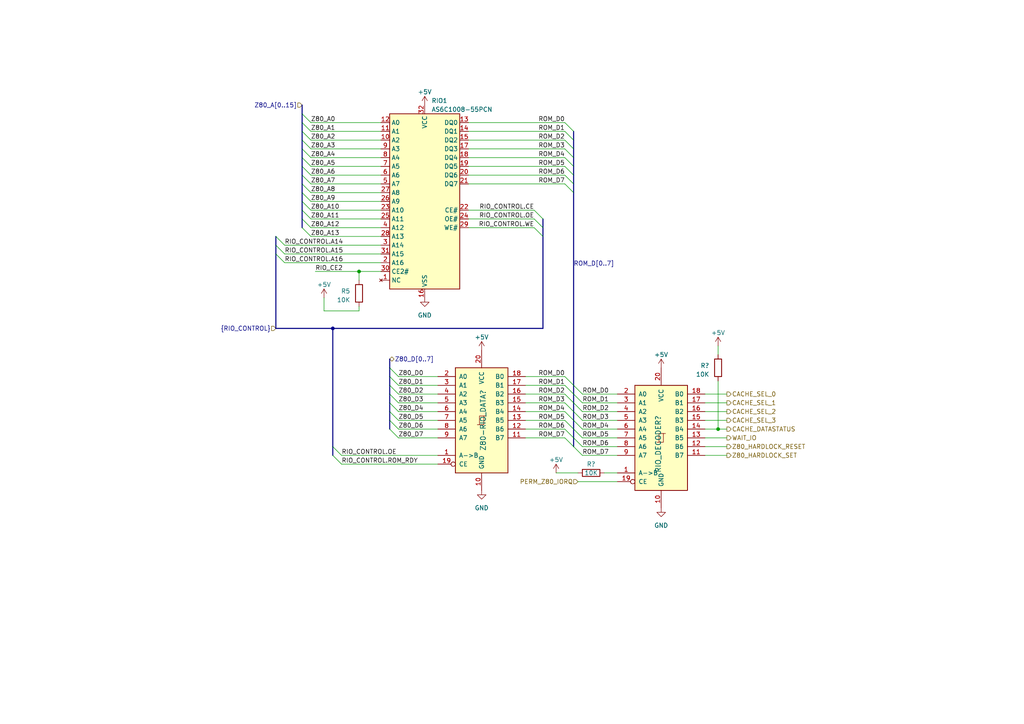
<source format=kicad_sch>
(kicad_sch (version 20230121) (generator eeschema)
  (paper "A4")
  (title_block (title "FujiNet Z80Bus reference design") (date "2023-05-13") (rev "0.1") (company "FujiNet") (comment 2 "each bytes address relates to a Z80 IO address") (comment 3 "RIO has 64K of RAM which is programmed with an IO configuration byte") (comment 4 "RIO emulates a ROM (4K@0000h) and Decodes IO address"))
  (lib_symbols
    (symbol "74xx:74HC245" (pin_names (offset 1.016))
      (property "Reference" "U" (at -7.62 16.51 0))
      (property "Value" "74HC245" (at -7.62 -16.51 0))
      (symbol "74HC245_1_0"
        (polyline (pts (xy -0.635 -1.27) (xy -0.635 1.27) (xy 0.635 1.27)))
        (polyline (pts (xy -1.27 -1.27) (xy 0.635 -1.27) (xy 0.635 1.27) (xy 1.27 1.27)))
        (pin input line (at -12.7 -10.16 0) (length 5.08) (name "A->B") (number "1"))
        (pin power_in line (at 0 -20.32 90) (length 5.08) (name "GND") (number "10"))
        (pin tri_state line (at 12.7 -5.08 180) (length 5.08) (name "B7") (number "11"))
        (pin tri_state line (at 12.7 -2.54 180) (length 5.08) (name "B6") (number "12"))
        (pin tri_state line (at 12.7 0 180) (length 5.08) (name "B5") (number "13"))
        (pin tri_state line (at 12.7 2.54 180) (length 5.08) (name "B4") (number "14"))
        (pin tri_state line (at 12.7 5.08 180) (length 5.08) (name "B3") (number "15"))
        (pin tri_state line (at 12.7 7.62 180) (length 5.08) (name "B2") (number "16"))
        (pin tri_state line (at 12.7 10.16 180) (length 5.08) (name "B1") (number "17"))
        (pin tri_state line (at 12.7 12.7 180) (length 5.08) (name "B0") (number "18"))
        (pin input inverted (at -12.7 -12.7 0) (length 5.08) (name "CE") (number "19"))
        (pin tri_state line (at -12.7 12.7 0) (length 5.08) (name "A0") (number "2"))
        (pin power_in line (at 0 20.32 270) (length 5.08) (name "VCC") (number "20"))
        (pin tri_state line (at -12.7 10.16 0) (length 5.08) (name "A1") (number "3"))
        (pin tri_state line (at -12.7 7.62 0) (length 5.08) (name "A2") (number "4"))
        (pin tri_state line (at -12.7 5.08 0) (length 5.08) (name "A3") (number "5"))
        (pin tri_state line (at -12.7 2.54 0) (length 5.08) (name "A4") (number "6"))
        (pin tri_state line (at -12.7 0 0) (length 5.08) (name "A5") (number "7"))
        (pin tri_state line (at -12.7 -2.54 0) (length 5.08) (name "A6") (number "8"))
        (pin tri_state line (at -12.7 -5.08 0) (length 5.08) (name "A7") (number "9"))
      )
      (symbol "74HC245_1_1"
        (rectangle (start -7.62 15.24) (end 7.62 -15.24) (stroke (width 0.254)) (fill (type background)))
      )
    )
    (symbol "Device:R" (pin_numbers hide) (pin_names (offset 0))
      (property "Reference" "R" (at 2.032 0 90))
      (property "Value" "R" (at 0 0 90))
      (symbol "R_0_1"
        (rectangle (start -1.016 -2.54) (end 1.016 2.54) (stroke (width 0.254)))
      )
      (symbol "R_1_1"
        (pin passive line (at 0 3.81 270) (length 1.27) (name "~") (number "1"))
        (pin passive line (at 0 -3.81 90) (length 1.27) (name "~") (number "2"))
      )
    )
    (symbol "FujiNet_Memory_RAM:AS6C1008-55PCN"
      (property "Reference" "U" (at -10.16 26.035 0))
      (property "Value" "AS6C1008-55PCN" (at 2.54 26.035 0))
      (symbol "AS6C1008-55PCN_0_0"
        (pin power_in line (at 0 -27.94 90) (length 2.54) (name "VSS") (number "16"))
        (pin power_in line (at 0 27.94 270) (length 2.54) (name "VCC") (number "32"))
      )
      (symbol "AS6C1008-55PCN_1_1"
        (rectangle (start -10.16 25.4) (end 10.16 -25.4) (stroke (width 0.254)) (fill (type background)))
        (pin no_connect line (at -12.7 -22.86 0) (length 2.54) (name "NC") (number "1"))
        (pin input line (at -12.7 17.78 0) (length 2.54) (name "A2") (number "10"))
        (pin input line (at -12.7 20.32 0) (length 2.54) (name "A1") (number "11"))
        (pin input line (at -12.7 22.86 0) (length 2.54) (name "A0") (number "12"))
        (pin tri_state line (at 12.7 22.86 180) (length 2.54) (name "DQ0") (number "13"))
        (pin tri_state line (at 12.7 20.32 180) (length 2.54) (name "DQ1") (number "14"))
        (pin tri_state line (at 12.7 17.78 180) (length 2.54) (name "DQ2") (number "15"))
        (pin tri_state line (at 12.7 15.24 180) (length 2.54) (name "DQ3") (number "17"))
        (pin tri_state line (at 12.7 12.7 180) (length 2.54) (name "DQ4") (number "18"))
        (pin tri_state line (at 12.7 10.16 180) (length 2.54) (name "DQ5") (number "19"))
        (pin input line (at -12.7 -17.78 0) (length 2.54) (name "A16") (number "2"))
        (pin tri_state line (at 12.7 7.62 180) (length 2.54) (name "DQ6") (number "20"))
        (pin tri_state line (at 12.7 5.08 180) (length 2.54) (name "DQ7") (number "21"))
        (pin input line (at 12.7 -2.54 180) (length 2.54) (name "CE#") (number "22"))
        (pin input line (at -12.7 -2.54 0) (length 2.54) (name "A10") (number "23"))
        (pin input line (at 12.7 -5.08 180) (length 2.54) (name "OE#") (number "24"))
        (pin input line (at -12.7 -5.08 0) (length 2.54) (name "A11") (number "25"))
        (pin input line (at -12.7 0 0) (length 2.54) (name "A9") (number "26"))
        (pin input line (at -12.7 2.54 0) (length 2.54) (name "A8") (number "27"))
        (pin input line (at -12.7 -10.16 0) (length 2.54) (name "A13") (number "28"))
        (pin input line (at 12.7 -7.62 180) (length 2.54) (name "WE#") (number "29"))
        (pin input line (at -12.7 -12.7 0) (length 2.54) (name "A14") (number "3"))
        (pin input line (at -12.7 -20.32 0) (length 2.54) (name "CE2#") (number "30"))
        (pin input line (at -12.7 -15.24 0) (length 2.54) (name "A15") (number "31"))
        (pin input line (at -12.7 -7.62 0) (length 2.54) (name "A12") (number "4"))
        (pin input line (at -12.7 5.08 0) (length 2.54) (name "A7") (number "5"))
        (pin input line (at -12.7 7.62 0) (length 2.54) (name "A6") (number "6"))
        (pin input line (at -12.7 10.16 0) (length 2.54) (name "A5") (number "7"))
        (pin input line (at -12.7 12.7 0) (length 2.54) (name "A4") (number "8"))
        (pin input line (at -12.7 15.24 0) (length 2.54) (name "A3") (number "9"))
      )
    )
    (symbol "power:+5V" (power) (pin_names (offset 0))
      (property "Value" "+5V" (at 0 3.556 0))
      (symbol "+5V_0_1"
        (polyline (pts (xy -0.762 1.27) (xy 0 2.54)))
        (polyline (pts (xy 0 0) (xy 0 2.54)))
        (polyline (pts (xy 0 2.54) (xy 0.762 1.27)))
      )
      (symbol "+5V_1_1"
        (pin power_in line (at 0 0 90) (length 0) hide (name "+5V") (number "1"))
      )
    )
    (symbol "power:GND" (power) (pin_names (offset 0))
      (property "Value" "GND" (at 0 -3.81 0))
      (symbol "GND_0_1"
        (polyline (pts (xy 0 0) (xy 0 -1.27) (xy 1.27 -1.27) (xy 0 -2.54) (xy -1.27 -1.27) (xy 0 -1.27)))
      )
      (symbol "GND_1_1"
        (pin power_in line (at 0 0 270) (length 0) hide (name "GND") (number "1"))
      )
    )
  )
  (bus_alias "RIO_CONTROL" (members "RIO_CONTROL.A16" "RIO_CONTROL.A15" "RIO_CONTROL.A14" "RIO_CONTROL.A13" "RIO_CONTROL.WE" "RIO_CONTROL.CE" "RIO_CONTROL.OE" "RIO_CONTROL.ROM_RDY"))
  (junction (at 96.52 95.25))
  (junction (at 208.28 124.46))
  (junction (at 104.14 78.74))
  (bus_entry (at 87.63 33.02) (size 2.54 2.54))
  (bus_entry (at 166.37 116.84) (size 2.54 2.54))
  (bus_entry (at 87.63 48.26) (size 2.54 2.54))
  (bus_entry (at 113.03 111.76) (size 2.54 2.54))
  (bus_entry (at 166.37 124.46) (size 2.54 2.54))
  (bus_entry (at 87.63 43.18) (size 2.54 2.54))
  (bus_entry (at 113.03 124.46) (size 2.54 2.54))
  (bus_entry (at 166.37 119.38) (size 2.54 2.54))
  (bus_entry (at 90.17 58.42) (size -2.54 -2.54))
  (bus_entry (at 166.37 121.92) (size 2.54 2.54))
  (bus_entry (at 154.94 60.96) (size 2.54 2.54))
  (bus_entry (at 166.37 129.54) (size 2.54 2.54))
  (bus_entry (at 87.63 50.8) (size 2.54 2.54))
  (bus_entry (at 163.83 45.72) (size 2.54 2.54))
  (bus_entry (at 163.83 116.84) (size 2.54 2.54))
  (bus_entry (at 163.83 48.26) (size 2.54 2.54))
  (bus_entry (at 163.83 119.38) (size 2.54 2.54))
  (bus_entry (at 166.37 127) (size 2.54 2.54))
  (bus_entry (at 113.03 119.38) (size 2.54 2.54))
  (bus_entry (at 87.63 35.56) (size 2.54 2.54))
  (bus_entry (at 113.03 121.92) (size 2.54 2.54))
  (bus_entry (at 163.83 121.92) (size 2.54 2.54))
  (bus_entry (at 113.03 106.68) (size 2.54 2.54))
  (bus_entry (at 87.63 45.72) (size 2.54 2.54))
  (bus_entry (at 163.83 111.76) (size 2.54 2.54))
  (bus_entry (at 163.83 35.56) (size 2.54 2.54))
  (bus_entry (at 163.83 114.3) (size 2.54 2.54))
  (bus_entry (at 96.52 129.54) (size 2.54 2.54))
  (bus_entry (at 113.03 114.3) (size 2.54 2.54))
  (bus_entry (at 87.63 53.34) (size 2.54 2.54))
  (bus_entry (at 163.83 127) (size 2.54 2.54))
  (bus_entry (at 87.63 66.04) (size 2.54 2.54))
  (bus_entry (at 154.94 63.5) (size 2.54 2.54))
  (bus_entry (at 96.52 132.08) (size 2.54 2.54))
  (bus_entry (at 166.37 111.76) (size 2.54 2.54))
  (bus_entry (at 80.01 68.58) (size 2.54 2.54))
  (bus_entry (at 90.17 66.04) (size -2.54 -2.54))
  (bus_entry (at 113.03 109.22) (size 2.54 2.54))
  (bus_entry (at 87.63 38.1) (size 2.54 2.54))
  (bus_entry (at 163.83 38.1) (size 2.54 2.54))
  (bus_entry (at 113.03 116.84) (size 2.54 2.54))
  (bus_entry (at 80.01 73.66) (size 2.54 2.54))
  (bus_entry (at 90.17 60.96) (size -2.54 -2.54))
  (bus_entry (at 80.01 71.12) (size 2.54 2.54))
  (bus_entry (at 166.37 114.3) (size 2.54 2.54))
  (bus_entry (at 163.83 40.64) (size 2.54 2.54))
  (bus_entry (at 163.83 109.22) (size 2.54 2.54))
  (bus_entry (at 90.17 63.5) (size -2.54 -2.54))
  (bus_entry (at 87.63 40.64) (size 2.54 2.54))
  (bus_entry (at 163.83 124.46) (size 2.54 2.54))
  (bus_entry (at 163.83 43.18) (size 2.54 2.54))
  (bus_entry (at 154.94 66.04) (size 2.54 2.54))
  (bus_entry (at 163.83 50.8) (size 2.54 2.54))
  (bus_entry (at 163.83 53.34) (size 2.54 2.54))
  (wire (pts (xy 110.49 78.74) (xy 104.14 78.74)))
  (wire (pts (xy 135.89 45.72) (xy 163.83 45.72)))
  (wire (pts (xy 127 121.92) (xy 115.57 121.92)))
  (bus (pts (xy 113.03 109.22) (xy 113.03 111.76)))
  (wire (pts (xy 104.14 90.17) (xy 104.14 88.9)))
  (wire (pts (xy 152.4 119.38) (xy 163.83 119.38)))
  (bus (pts (xy 113.03 116.84) (xy 113.03 119.38)))
  (wire (pts (xy 168.91 129.54) (xy 179.07 129.54)))
  (bus (pts (xy 87.63 45.72) (xy 87.63 48.26)))
  (wire (pts (xy 152.4 121.92) (xy 163.83 121.92)))
  (bus (pts (xy 166.37 53.34) (xy 166.37 55.88)))
  (bus (pts (xy 157.48 66.04) (xy 157.48 68.58)))
  (wire (pts (xy 152.4 114.3) (xy 163.83 114.3)))
  (wire (pts (xy 93.98 86.36) (xy 93.98 90.17)))
  (wire (pts (xy 135.89 53.34) (xy 163.83 53.34)))
  (bus (pts (xy 87.63 43.18) (xy 87.63 45.72)))
  (wire (pts (xy 135.89 43.18) (xy 163.83 43.18)))
  (wire (pts (xy 208.28 100.33) (xy 208.28 102.87)))
  (wire (pts (xy 110.49 60.96) (xy 90.17 60.96)))
  (wire (pts (xy 110.49 53.34) (xy 90.17 53.34)))
  (bus (pts (xy 166.37 48.26) (xy 166.37 50.8)))
  (bus (pts (xy 87.63 33.02) (xy 87.63 35.56)))
  (bus (pts (xy 80.01 68.58) (xy 80.01 71.12)))
  (wire (pts (xy 152.4 116.84) (xy 163.83 116.84)))
  (wire (pts (xy 167.64 139.7) (xy 179.07 139.7)))
  (wire (pts (xy 110.49 66.04) (xy 90.17 66.04)))
  (wire (pts (xy 204.47 119.38) (xy 210.82 119.38)))
  (wire (pts (xy 90.17 55.88) (xy 110.49 55.88)))
  (bus (pts (xy 157.48 63.5) (xy 157.48 66.04)))
  (wire (pts (xy 135.89 35.56) (xy 163.83 35.56)))
  (bus (pts (xy 87.63 38.1) (xy 87.63 40.64)))
  (wire (pts (xy 110.49 50.8) (xy 90.17 50.8)))
  (bus (pts (xy 166.37 50.8) (xy 166.37 53.34)))
  (wire (pts (xy 127 111.76) (xy 115.57 111.76)))
  (wire (pts (xy 204.47 129.54) (xy 210.82 129.54)))
  (wire (pts (xy 152.4 124.46) (xy 163.83 124.46)))
  (wire (pts (xy 208.28 124.46) (xy 210.82 124.46)))
  (bus (pts (xy 96.52 95.25) (xy 96.52 129.54)))
  (wire (pts (xy 127 124.46) (xy 115.57 124.46)))
  (wire (pts (xy 152.4 111.76) (xy 163.83 111.76)))
  (bus (pts (xy 80.01 71.12) (xy 80.01 73.66)))
  (wire (pts (xy 208.28 110.49) (xy 208.28 124.46)))
  (wire (pts (xy 110.49 45.72) (xy 90.17 45.72)))
  (wire (pts (xy 204.47 124.46) (xy 208.28 124.46)))
  (bus (pts (xy 96.52 129.54) (xy 96.52 132.08)))
  (bus (pts (xy 166.37 43.18) (xy 166.37 45.72)))
  (bus (pts (xy 87.63 30.48) (xy 87.63 33.02)))
  (wire (pts (xy 168.91 132.08) (xy 179.07 132.08)))
  (wire (pts (xy 110.49 71.12) (xy 82.55 71.12)))
  (bus (pts (xy 87.63 35.56) (xy 87.63 38.1)))
  (wire (pts (xy 135.89 63.5) (xy 154.94 63.5)))
  (bus (pts (xy 87.63 63.5) (xy 87.63 66.04)))
  (wire (pts (xy 168.91 124.46) (xy 179.07 124.46)))
  (bus (pts (xy 166.37 121.92) (xy 166.37 124.46)))
  (bus (pts (xy 157.48 95.25) (xy 96.52 95.25)))
  (bus (pts (xy 166.37 40.64) (xy 166.37 43.18)))
  (wire (pts (xy 204.47 132.08) (xy 210.82 132.08)))
  (wire (pts (xy 127 132.08) (xy 99.06 132.08)))
  (wire (pts (xy 82.55 76.2) (xy 110.49 76.2)))
  (bus (pts (xy 87.63 50.8) (xy 87.63 53.34)))
  (bus (pts (xy 166.37 111.76) (xy 166.37 114.3)))
  (wire (pts (xy 127 114.3) (xy 115.57 114.3)))
  (bus (pts (xy 87.63 48.26) (xy 87.63 50.8)))
  (wire (pts (xy 135.89 48.26) (xy 163.83 48.26)))
  (bus (pts (xy 113.03 119.38) (xy 113.03 121.92)))
  (wire (pts (xy 127 119.38) (xy 115.57 119.38)))
  (bus (pts (xy 166.37 114.3) (xy 166.37 116.84)))
  (wire (pts (xy 90.17 63.5) (xy 110.49 63.5)))
  (bus (pts (xy 80.01 73.66) (xy 80.01 95.25)))
  (wire (pts (xy 110.49 48.26) (xy 90.17 48.26)))
  (wire (pts (xy 110.49 35.56) (xy 90.17 35.56)))
  (wire (pts (xy 168.91 114.3) (xy 179.07 114.3)))
  (bus (pts (xy 166.37 38.1) (xy 166.37 40.64)))
  (wire (pts (xy 135.89 40.64) (xy 163.83 40.64)))
  (wire (pts (xy 127 116.84) (xy 115.57 116.84)))
  (wire (pts (xy 93.98 90.17) (xy 104.14 90.17)))
  (wire (pts (xy 168.91 119.38) (xy 179.07 119.38)))
  (wire (pts (xy 110.49 68.58) (xy 90.17 68.58)))
  (bus (pts (xy 157.48 68.58) (xy 157.48 95.25)))
  (bus (pts (xy 113.03 121.92) (xy 113.03 124.46)))
  (bus (pts (xy 87.63 55.88) (xy 87.63 58.42)))
  (bus (pts (xy 166.37 119.38) (xy 166.37 121.92)))
  (wire (pts (xy 204.47 114.3) (xy 210.82 114.3)))
  (bus (pts (xy 166.37 45.72) (xy 166.37 48.26)))
  (bus (pts (xy 166.37 127) (xy 166.37 129.54)))
  (bus (pts (xy 80.01 95.25) (xy 96.52 95.25)))
  (bus (pts (xy 113.03 111.76) (xy 113.03 114.3)))
  (wire (pts (xy 168.91 116.84) (xy 179.07 116.84)))
  (bus (pts (xy 166.37 116.84) (xy 166.37 119.38)))
  (wire (pts (xy 127 134.62) (xy 99.06 134.62)))
  (wire (pts (xy 152.4 109.22) (xy 163.83 109.22)))
  (bus (pts (xy 166.37 124.46) (xy 166.37 127)))
  (wire (pts (xy 127 127) (xy 115.57 127)))
  (wire (pts (xy 135.89 50.8) (xy 163.83 50.8)))
  (wire (pts (xy 204.47 121.92) (xy 210.82 121.92)))
  (wire (pts (xy 152.4 127) (xy 163.83 127)))
  (wire (pts (xy 110.49 40.64) (xy 90.17 40.64)))
  (wire (pts (xy 110.49 43.18) (xy 90.17 43.18)))
  (bus (pts (xy 166.37 55.88) (xy 166.37 111.76)))
  (wire (pts (xy 104.14 78.74) (xy 91.44 78.74)))
  (wire (pts (xy 204.47 127) (xy 210.82 127)))
  (bus (pts (xy 113.03 104.14) (xy 113.03 106.68)))
  (wire (pts (xy 110.49 73.66) (xy 82.55 73.66)))
  (bus (pts (xy 113.03 114.3) (xy 113.03 116.84)))
  (wire (pts (xy 127 109.22) (xy 115.57 109.22)))
  (wire (pts (xy 204.47 116.84) (xy 210.82 116.84)))
  (wire (pts (xy 135.89 38.1) (xy 163.83 38.1)))
  (bus (pts (xy 87.63 53.34) (xy 87.63 55.88)))
  (bus (pts (xy 87.63 40.64) (xy 87.63 43.18)))
  (wire (pts (xy 110.49 38.1) (xy 90.17 38.1)))
  (wire (pts (xy 110.49 58.42) (xy 90.17 58.42)))
  (bus (pts (xy 113.03 106.68) (xy 113.03 109.22)))
  (wire (pts (xy 135.89 60.96) (xy 154.94 60.96)))
  (wire (pts (xy 175.26 137.16) (xy 179.07 137.16)))
  (bus (pts (xy 87.63 58.42) (xy 87.63 60.96)))
  (wire (pts (xy 168.91 127) (xy 179.07 127)))
  (wire (pts (xy 135.89 66.04) (xy 154.94 66.04)))
  (wire (pts (xy 104.14 78.74) (xy 104.14 81.28)))
  (wire (pts (xy 168.91 121.92) (xy 179.07 121.92)))
  (wire (pts (xy 161.29 137.16) (xy 167.64 137.16)))
  (bus (pts (xy 87.63 60.96) (xy 87.63 63.5)))
  (label "RIO_CONTROL.A15" (at 82.55 73.66 0))
  (label "Z80_D0" (at 115.57 109.22 0))
  (label "Z80_A7" (at 90.17 53.34 0))
  (label "ROM_D1" (at 163.83 111.76 180))
  (label "ROM_D2" (at 163.83 40.64 180))
  (label "ROM_D6" (at 168.91 129.54 0))
  (label "ROM_D0" (at 163.83 109.22 180))
  (label "ROM_D1" (at 163.83 38.1 180))
  (label "Z80_D5" (at 115.57 121.92 0))
  (label "ROM_D6" (at 163.83 50.8 180))
  (label "ROM_D1" (at 168.91 116.84 0))
  (label "RIO_CONTROL.WE" (at 154.94 66.04 180))
  (label "Z80_A8" (at 90.17 55.88 0))
  (label "ROM_D3" (at 168.91 121.92 0))
  (label "Z80_A3" (at 90.17 43.18 0))
  (label "ROM_D5" (at 163.83 48.26 180))
  (label "Z80_A9" (at 90.17 58.42 0))
  (label "RIO_CONTROL.OE" (at 154.94 63.5 180))
  (label "Z80_A11" (at 90.17 63.5 0))
  (label "Z80_D2" (at 115.57 114.3 0))
  (label "Z80_D3" (at 115.57 116.84 0))
  (label "Z80_A12" (at 90.17 66.04 0))
  (label "Z80_D1" (at 115.57 111.76 0))
  (label "Z80_D4" (at 115.57 119.38 0))
  (label "Z80_A4" (at 90.17 45.72 0))
  (label "ROM_D4" (at 163.83 119.38 180))
  (label "ROM_D0" (at 163.83 35.56 180))
  (label "RIO_CONTROL.CE" (at 154.94 60.96 180))
  (label "ROM_D5" (at 163.83 121.92 180))
  (label "Z80_A10" (at 90.17 60.96 0))
  (label "Z80_A2" (at 90.17 40.64 0))
  (label "Z80_A6" (at 90.17 50.8 0))
  (label "RIO_CONTROL.A14" (at 82.55 71.12 0))
  (label "RIO_CONTROL.OE" (at 99.06 132.08 0))
  (label "ROM_D0" (at 168.91 114.3 0))
  (label "ROM_D3" (at 163.83 116.84 180))
  (label "RIO_CONTROL.A16" (at 82.55 76.2 0))
  (label "ROM_D2" (at 168.91 119.38 0))
  (label "RIO_CONTROL.ROM_RDY" (at 99.06 134.62 0))
  (label "ROM_D4" (at 163.83 45.72 180))
  (label "Z80_A13" (at 90.17 68.58 0))
  (label "Z80_A0" (at 90.17 35.56 0))
  (label "ROM_D7" (at 163.83 53.34 180))
  (label "ROM_D4" (at 168.91 124.46 0))
  (label "ROM_D7" (at 168.91 132.08 0))
  (label "ROM_D6" (at 163.83 124.46 180))
  (label "Z80_D7" (at 115.57 127 0))
  (label "ROM_D5" (at 168.91 127 0))
  (label "Z80_A1" (at 90.17 38.1 0))
  (label "Z80_D6" (at 115.57 124.46 0))
  (label "ROM_D7" (at 163.83 127 180))
  (label "ROM_D[0..7]" (at 166.37 77.47 0))
  (label "ROM_D3" (at 163.83 43.18 180))
  (label "ROM_D2" (at 163.83 114.3 180))
  (label "RIO_CE2" (at 91.44 78.74 0))
  (label "Z80_A5" (at 90.17 48.26 0))
  (hierarchical_label "CACHE_SEL_3" (shape output) (at 210.82 121.92 0))
  (hierarchical_label "PERM_Z80_IORQ" (shape input) (at 167.64 139.7 180))
  (hierarchical_label "Z80_D[0..7]" (shape bidirectional) (at 113.03 104.14 0))
  (hierarchical_label "Z80_HARDLOCK_SET" (shape output) (at 210.82 132.08 0))
  (hierarchical_label "Z80_A[0..15]" (shape input) (at 87.63 30.48 180))
  (hierarchical_label "Z80_HARDLOCK_RESET" (shape output) (at 210.82 129.54 0))
  (hierarchical_label "CACHE_SEL_2" (shape output) (at 210.82 119.38 0))
  (hierarchical_label "CACHE_DATASTATUS" (shape output) (at 210.82 124.46 0))
  (hierarchical_label "CACHE_SEL_0" (shape output) (at 210.82 114.3 0))
  (hierarchical_label "{RIO_CONTROL}" (shape input) (at 80.01 95.25 180))
  (hierarchical_label "CACHE_SEL_1" (shape output) (at 210.82 116.84 0))
  (hierarchical_label "WAIT_IO" (shape output) (at 210.82 127 0))
  (symbol (lib_id "Device:R") (at 104.14 85.09 0) (mirror x) (unit 1)
    (property "Reference" "R5" (at 101.6 84.455 0) (effects (justify right)))
    (property "Value" "10K" (at 101.6 86.995 0) (effects (justify right)))
    (property "Footprint" "Resistor_THT:R_Axial_DIN0207_L6.3mm_D2.5mm_P10.16mm_Horizontal" (effects hide))
  )
  (symbol (lib_id "power:GND") (at 123.19 86.36 0) (unit 1)
    (property "Reference" "#PWR044" (effects hide))
    (property "Value" "GND" (at 123.19 91.44 0))
  )
  (symbol (lib_id "74xx:74HC245") (at 191.77 127 0) (unit 1)
    (property "Reference" "RIO_DECODER?" (at 191.77 137.16 90) (effects (font (size 1.4986 1.4986)) (justify left bottom)))
    (property "Value" "74HC245N" (effects hide))
    (property "Footprint" "Package_DIP:DIP-20_W7.62mm_Socket" (effects hide))
    (property "Datasheet" "http://www.ti.com/lit/gpn/sn74HC245" (effects hide))
    (instances (project "FujiNet_Z80Bus_Basic" (path "" (reference "RIO_DECODER?") (unit 1))) (project "FujiNet_Z80Bus_ReferenceDesign" (path "" (reference "RIO_DECODER?") (unit 1)) (path "" (reference "RIO_DECODER?") (unit 1)) (path "" (reference "RIO_DECODER1") (unit 1))))
  )
  (symbol (lib_id "Device:R") (at 171.45 137.16 270) (unit 1)
    (property "Reference" "R?" (at 171.45 134.62 90))
    (property "Value" "10K" (at 171.45 137.16 90))
    (property "Footprint" "Resistor_THT:R_Axial_DIN0207_L6.3mm_D2.5mm_P10.16mm_Horizontal" (effects hide))
    (instances (project "FujiNet_Z80Bus_Basic" (path "" (reference "R?") (unit 1))) (project "FujiNet_Z80Bus_ReferenceDesign" (path "" (reference "R?") (unit 1)) (path "" (reference "R6") (unit 1))))
  )
  (symbol (lib_id "74xx:74HC245") (at 139.7 121.92 0) (unit 1)
    (property "Reference" "Z80-RIO_DATA?" (at 140.97 130.81 90) (effects (font (size 1.4986 1.4986)) (justify left bottom)))
    (property "Value" "74HC245N" (effects hide))
    (property "Footprint" "Package_DIP:DIP-20_W7.62mm_Socket" (effects hide))
    (property "Datasheet" "http://www.ti.com/lit/gpn/sn74HC245" (effects hide))
    (instances (project "FujiNet_Z80Bus_Basic" (path "" (reference "Z80-RIO_DATA?") (unit 1))) (project "FujiNet_Z80Bus_ReferenceDesign" (path "" (reference "Z80-RIO_DATA?") (unit 1)) (path "" (reference "Z80-RIO_DATA1") (unit 1))))
  )
  (symbol (lib_id "power:+5V") (at 161.29 137.16 0) (unit 1)
    (property "Reference" "#PWR047" (effects hide))
    (property "Value" "+5V" (at 161.29 133.35 0))
  )
  (symbol (lib_id "power:+5V") (at 123.19 30.48 0) (unit 1)
    (property "Reference" "#PWR043" (effects hide))
    (property "Value" "+5V" (at 123.19 26.67 0))
  )
  (symbol (lib_id "power:+5V") (at 191.77 106.68 0) (unit 1)
    (property "Reference" "#PWR025" (effects hide))
    (property "Value" "+5V" (at 191.77 102.87 0))
    (instances (project "FujiNet_Z80Bus_Basic" (path "" (reference "#PWR025") (unit 1))) (project "FujiNet_Z80Bus_ReferenceDesign" (path "" (reference "#PWR025") (unit 1)) (path "" (reference "#PWR048") (unit 1))))
  )
  (symbol (lib_id "power:GND") (at 191.77 147.32 0) (unit 1)
    (property "Reference" "#PWR049" (effects hide))
    (property "Value" "GND" (at 191.77 152.4 0))
  )
  (symbol (lib_id "FujiNet_Memory_RAM:AS6C1008-55PCN") (at 123.19 58.42 0) (unit 1)
    (property "Reference" "RIO1" (at 125.1459 29.21 0) (effects (justify left)))
    (property "Value" "AS6C1008-55PCN" (at 125.1459 31.75 0) (effects (justify left)))
    (property "Footprint" "Package_DIP:DIP-32_W15.24mm_Socket" (effects hide))
    (property "Datasheet" "https://www.alliancememory.com/wp-content/uploads/pdf/AS6C1008.pdf" (effects hide))
  )
  (symbol (lib_id "power:+5V") (at 139.7 101.6 0) (unit 1)
    (property "Reference" "#PWR025" (effects hide))
    (property "Value" "+5V" (at 139.7 97.79 0))
    (instances (project "FujiNet_Z80Bus_Basic" (path "" (reference "#PWR025") (unit 1))) (project "FujiNet_Z80Bus_ReferenceDesign" (path "" (reference "#PWR025") (unit 1)) (path "" (reference "#PWR045") (unit 1))))
  )
  (symbol (lib_id "power:+5V") (at 93.98 86.36 0) (mirror y) (unit 1)
    (property "Reference" "#PWR042" (effects hide))
    (property "Value" "+5V" (at 93.98 82.55 0))
  )
  (symbol (lib_id "Device:R") (at 208.28 106.68 0) (mirror x) (unit 1)
    (property "Reference" "R?" (at 205.74 106.045 0) (effects (justify right)))
    (property "Value" "10K" (at 205.74 108.585 0) (effects (justify right)))
    (property "Footprint" "Resistor_THT:R_Axial_DIN0207_L6.3mm_D2.5mm_P10.16mm_Horizontal" (effects hide))
    (instances (project "FujiNet_Z80Bus_Basic" (path "" (reference "R?") (unit 1))) (project "FujiNet_Z80Bus_ReferenceDesign" (path "" (reference "R?") (unit 1)) (path "" (reference "R6") (unit 1)) (path "" (reference "R7") (unit 1))))
  )
  (symbol (lib_id "power:+5V") (at 208.28 100.33 0) (unit 1)
    (property "Reference" "#PWR025" (effects hide))
    (property "Value" "+5V" (at 208.28 96.52 0))
    (instances (project "FujiNet_Z80Bus_Basic" (path "" (reference "#PWR025") (unit 1))) (project "FujiNet_Z80Bus_ReferenceDesign" (path "" (reference "#PWR025") (unit 1)) (path "" (reference "#PWR050") (unit 1))))
  )
  (symbol (lib_id "power:GND") (at 139.7 142.24 0) (unit 1)
    (property "Reference" "#PWR046" (effects hide))
    (property "Value" "GND" (at 139.7 147.32 0))
  )
)
</source>
